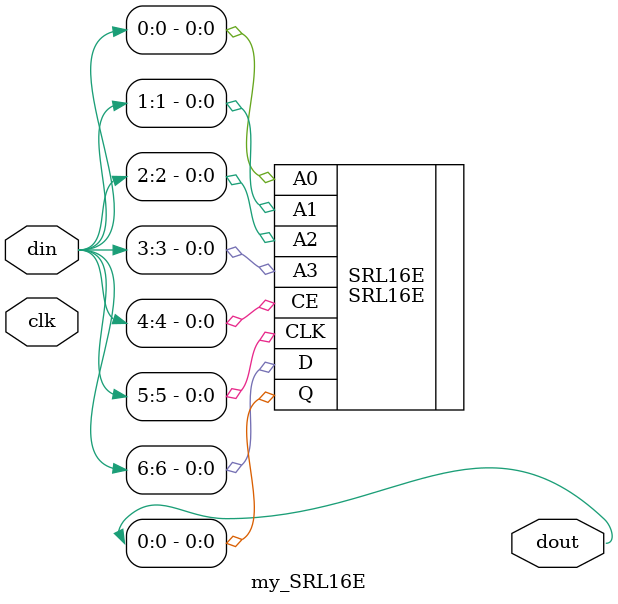
<source format=v>
module my_SRL16E (input clk, input [7:0] din, output [7:0] dout);
    parameter LOC = "";
    parameter BEL="A6LUT";
    (* LOC=LOC, BEL=BEL *)
    SRL16E #(
        ) SRL16E (
            .Q(dout[0]),
            .A0(din[0]),
            .A1(din[1]),
            .A2(din[2]),
            .A3(din[3]),
            .CE(din[4]),
            .CLK(din[5]),
            .D(din[6]));
endmodule
</source>
